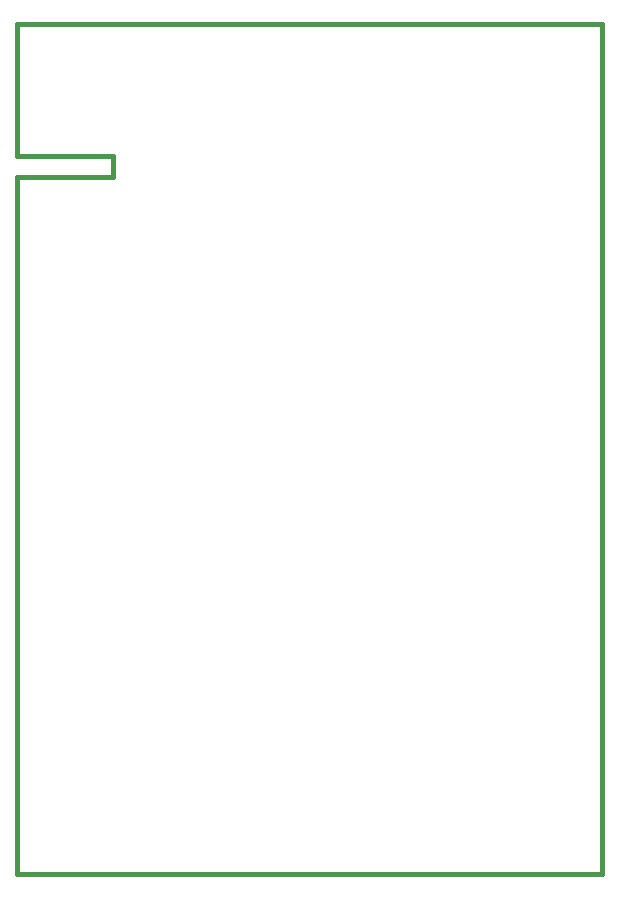
<source format=gbo>
G04 (created by PCBNEW-RS274X (2012-01-19 BZR 3256)-stable) date 18.2.2013 23:27:18*
G01*
G70*
G90*
%MOIN*%
G04 Gerber Fmt 3.4, Leading zero omitted, Abs format*
%FSLAX34Y34*%
G04 APERTURE LIST*
%ADD10C,0.006000*%
%ADD11C,0.015000*%
G04 APERTURE END LIST*
G54D10*
G54D11*
X27000Y-24750D02*
X27000Y-29150D01*
X30200Y-29150D02*
X27000Y-29150D01*
X30200Y-29850D02*
X27000Y-29850D01*
X30200Y-29150D02*
X30200Y-29850D01*
X27000Y-53100D02*
X27000Y-29850D01*
X46500Y-53100D02*
X27000Y-53100D01*
X46500Y-24750D02*
X46500Y-53100D01*
X27000Y-24750D02*
X46500Y-24750D01*
M02*

</source>
